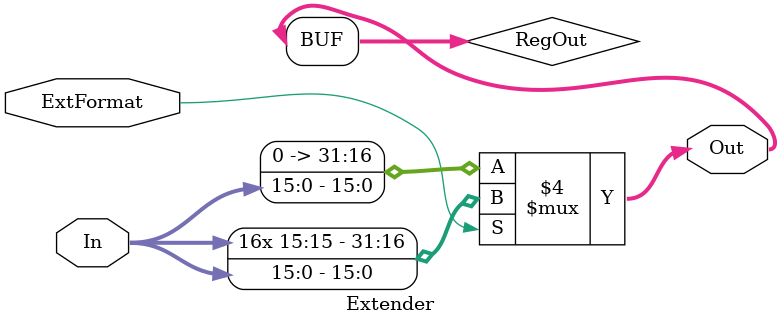
<source format=v>
module Extender(ExtFormat, In, Out);

input ExtFormat;
input [15:0] In;
output [31:0] Out;

reg [31:0] RegOut;
always @(*)
begin
	if (ExtFormat == 1)
		RegOut = { {16{In[15]}}, In};
	else
		RegOut = { 16'b0, In};
end

assign Out = RegOut;

endmodule

</source>
